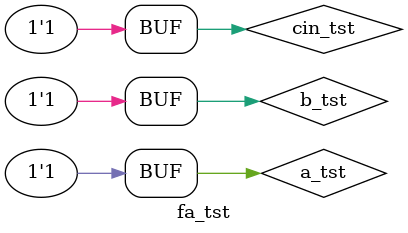
<source format=v>
module fa_tst() ;

	wire sum_tst, c_out_tst ;
	reg a_tst, b_tst, cin_tst ;

	fa_using_ha DUT(a_tst, b_tst, cin_tst, sum_tst, c_out_tst) ;

	initial
		begin
			{a_tst, b_tst, cin_tst} = 3 'd0 ;
			#50 {a_tst, b_tst, cin_tst} = 3 'd1 ;
			#50 {a_tst, b_tst, cin_tst} = 3 'd2 ;
			#50 {a_tst, b_tst, cin_tst} = 3 'd3 ;
			#50 {a_tst, b_tst, cin_tst} = 3 'd4 ;
			#50 {a_tst, b_tst, cin_tst} = 3 'd5 ;
			#50 {a_tst, b_tst, cin_tst} = 3 'd6 ;
			#50 {a_tst, b_tst, cin_tst} = 3 'd7 ;
		end

endmodule



</source>
